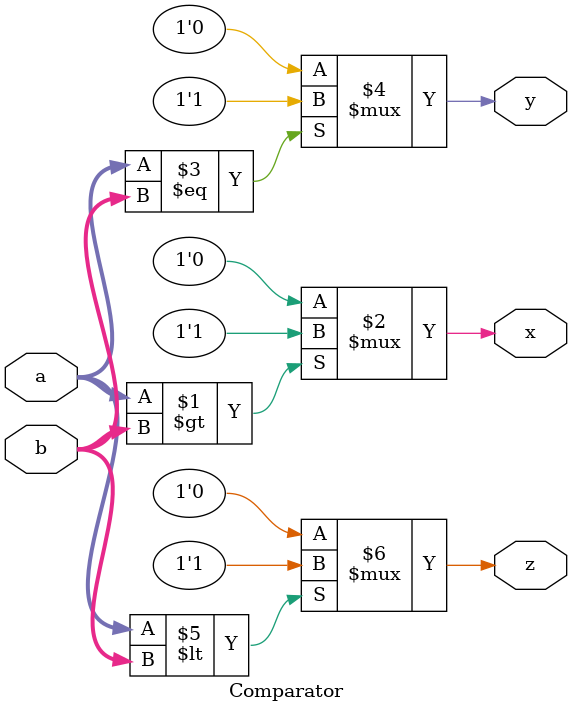
<source format=v>
`timescale 1ns / 1ps


module Comparator(a, b, x, y, z);

input [3:0] a, b;

output x, y, z;

wire x, y, z;

// x : A>B case
assign x = (a > b) ? 1'b1 : 1'b0;

// y : A=B case
assign y = (a == b) ? 1'b1 : 1'b0;

// z : A<B case
assign z = (a < b) ? 1'b1 : 1'b0;

endmodule

</source>
